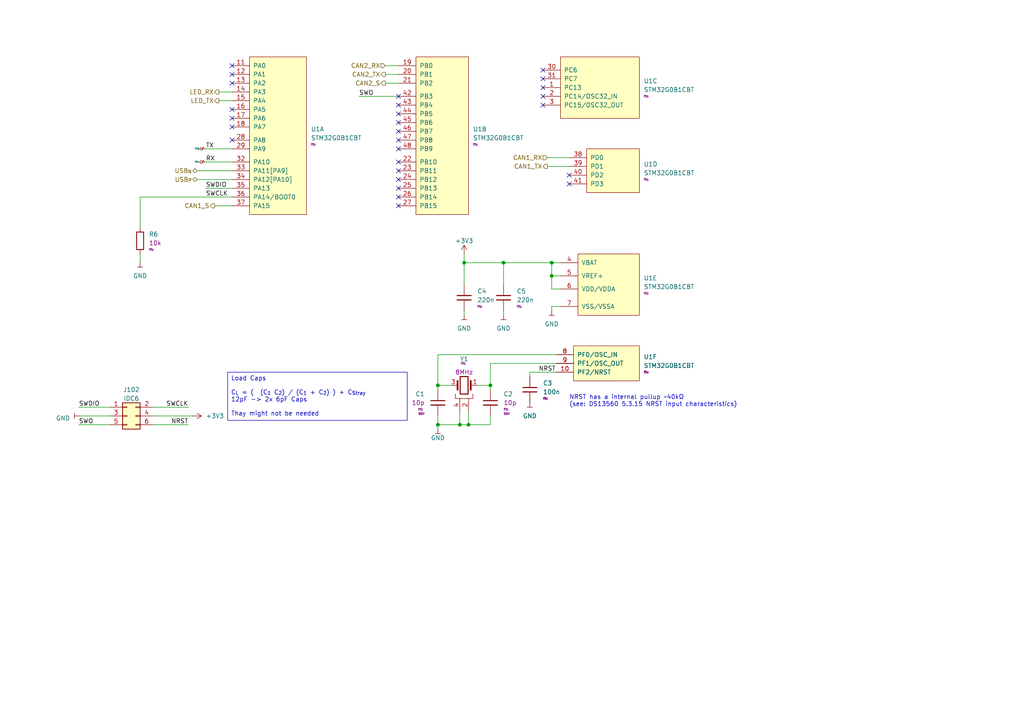
<source format=kicad_sch>
(kicad_sch (version 20250114) (generator "eeschema") (generator_version "9.0")
  (paper "A4")
  (title_block (title "MCU") (date "2023-06-16") (rev "R${release}") (company "${company}") (comment 1 "${release_state}") (comment 2 "${prefix}-S${type_number}-R${release}-V${sch_variant}-C${sch_ci}") (comment 3 "hardware/${prefix}-S${type_number}_${short_desciption}"))
  (lib_symbols
    (symbol "Cap_5Percent_E24_0603_C0G_50V_-40C-125C:6p2_0603_C0G_5%_50V_-40C..125C_Chip-Capacitor" (pin_numbers (hide yes)) (pin_names (offset 0.254))
      (property "Reference" "C" (at 0.635 2.54 0))
      (property "DisplayValue" "6p2" (at 0.635 -2.54 0))
      (property "Fit" "fit: " (at 7.62 -3.81 0))
      (property "CapRatedVoltage" "50V" (at 0 0 0))
      (symbol "6p2_0603_C0G_5%_50V_-40C..125C_Chip-Capacitor_0_1"
        (polyline (pts (xy -2.032 0.635) (xy 2.032 0.635)) (stroke (width 0.3048)))
        (polyline (pts (xy -2.032 -0.635) (xy 2.032 -0.635)) (stroke (width 0.3048)))
      )
      (symbol "6p2_0603_C0G_5%_50V_-40C..125C_Chip-Capacitor_1_1"
        (pin passive line (at 0 3.81 270) (length 3.2004) (name "~") (number "1"))
        (pin passive line (at 0 -3.81 90) (length 2.9972) (name "~") (number "2"))
      )
    )
    (symbol "Connector_Generic:Conn_02x03_Odd_Even" (pin_names (offset 1.016) (hide yes))
      (property "Reference" "J" (at 1.27 5.08 0))
      (property "Value" "Conn_02x03_Odd_Even" (at 1.27 -5.08 0))
      (symbol "Conn_02x03_Odd_Even_1_1"
        (rectangle (start -1.27 3.81) (end 3.81 -3.81) (stroke (width 0.254)) (fill (type background)))
        (rectangle (start -1.27 2.667) (end 0 2.413) (stroke (width 0.1524)))
        (rectangle (start -1.27 0.127) (end 0 -0.127) (stroke (width 0.1524)))
        (rectangle (start -1.27 -2.413) (end 0 -2.667) (stroke (width 0.1524)))
        (rectangle (start 3.81 2.667) (end 2.54 2.413) (stroke (width 0.1524)))
        (rectangle (start 3.81 0.127) (end 2.54 -0.127) (stroke (width 0.1524)))
        (rectangle (start 3.81 -2.413) (end 2.54 -2.667) (stroke (width 0.1524)))
        (pin passive line (at -5.08 2.54 0) (length 3.81) (name "Pin_1") (number "1"))
        (pin passive line (at -5.08 0 0) (length 3.81) (name "Pin_3") (number "3"))
        (pin passive line (at -5.08 -2.54 0) (length 3.81) (name "Pin_5") (number "5"))
        (pin passive line (at 7.62 2.54 180) (length 3.81) (name "Pin_2") (number "2"))
        (pin passive line (at 7.62 0 180) (length 3.81) (name "Pin_4") (number "4"))
        (pin passive line (at 7.62 -2.54 180) (length 3.81) (name "Pin_6") (number "6"))
      )
    )
    (symbol "Res_1Percent_E24_0603_100mW_-40C-90C:10k_0603_100mW_1%_E24_Chip-Resistor" (pin_numbers (hide yes)) (pin_names (offset 0))
      (property "Reference" "R" (at 2.032 0 90))
      (property "DisplayValue" "10k" (at -0.0254 -0.0508 90))
      (property "Fit" "fit: " (at 7.62 -3.81 0))
      (symbol "10k_0603_100mW_1%_E24_Chip-Resistor_0_1"
        (rectangle (start -1.016 -2.54) (end 1.016 2.54) (stroke (width 0.254)))
      )
      (symbol "10k_0603_100mW_1%_E24_Chip-Resistor_1_1"
        (pin passive line (at 0 3.81 270) (length 1.27) (name "~") (number "1"))
        (pin passive line (at 0 -3.81 90) (length 1.27) (name "~") (number "2"))
      )
    )
    (symbol "ST:STM32G0B1CBT" (pin_names (offset 1.016))
      (property "Reference" "U" (at 3.81 10.16 0))
      (property "Value" "STM32G0B1CBT" (at 0 -25.4 0))
      (property "Fit" "fit: " (at 6.35 10.16 0))
      (symbol "STM32G0B1CBT_1_1"
        (rectangle (start -8.89 24.13) (end 7.62 -21.59) (fill (type background)))
        (pin bidirectional line (at -13.97 21.59 0) (length 5.08) (name "PA0") (number "11"))
        (pin bidirectional line (at -13.97 19.05 0) (length 5.08) (name "PA1") (number "12"))
        (pin bidirectional line (at -13.97 16.51 0) (length 5.08) (name "PA2") (number "13"))
        (pin bidirectional line (at -13.97 13.97 0) (length 5.08) (name "PA3") (number "14"))
        (pin bidirectional line (at -13.97 11.43 0) (length 5.08) (name "PA4") (number "15"))
        (pin bidirectional line (at -13.97 8.89 0) (length 5.08) (name "PA5") (number "16"))
        (pin bidirectional line (at -13.97 6.35 0) (length 5.08) (name "PA6") (number "17"))
        (pin bidirectional line (at -13.97 3.81 0) (length 5.08) (name "PA7") (number "18"))
        (pin bidirectional line (at -13.97 0 0) (length 5.08) (name "PA8") (number "28"))
        (pin bidirectional line (at -13.97 -2.54 0) (length 5.08) (name "PA9") (number "29"))
        (pin bidirectional line (at -13.97 -6.35 0) (length 5.08) (name "PA10") (number "32"))
        (pin bidirectional line (at -13.97 -8.89 0) (length 5.08) (name "PA11[PA9]") (number "33"))
        (pin bidirectional line (at -13.97 -11.43 0) (length 5.08) (name "PA12[PA10]") (number "34"))
        (pin bidirectional line (at -13.97 -13.97 0) (length 5.08) (name "PA13") (number "35"))
        (pin bidirectional line (at -13.97 -16.51 0) (length 5.08) (name "PA14/BOOT0") (number "36"))
        (pin bidirectional line (at -13.97 -19.05 0) (length 5.08) (name "PA15") (number "37"))
      )
      (symbol "STM32G0B1CBT_2_1"
        (rectangle (start -7.62 22.86) (end 7.62 -22.86) (fill (type background)))
        (pin bidirectional line (at -12.7 20.32 0) (length 5.08) (name "PB0") (number "19"))
        (pin bidirectional line (at -12.7 17.78 0) (length 5.08) (name "PB1") (number "20"))
        (pin bidirectional line (at -12.7 15.24 0) (length 5.08) (name "PB2") (number "21"))
        (pin bidirectional line (at -12.7 11.43 0) (length 5.08) (name "PB3") (number "42"))
        (pin bidirectional line (at -12.7 8.89 0) (length 5.08) (name "PB4") (number "43"))
        (pin bidirectional line (at -12.7 6.35 0) (length 5.08) (name "PB5") (number "44"))
        (pin bidirectional line (at -12.7 3.81 0) (length 5.08) (name "PB6") (number "45"))
        (pin bidirectional line (at -12.7 1.27 0) (length 5.08) (name "PB7") (number "46"))
        (pin bidirectional line (at -12.7 -1.27 0) (length 5.08) (name "PB8") (number "47"))
        (pin bidirectional line (at -12.7 -3.81 0) (length 5.08) (name "PB9") (number "48"))
        (pin bidirectional line (at -12.7 -7.62 0) (length 5.08) (name "PB10") (number "22"))
        (pin bidirectional line (at -12.7 -10.16 0) (length 5.08) (name "PB11") (number "23"))
        (pin bidirectional line (at -12.7 -12.7 0) (length 5.08) (name "PB12") (number "24"))
        (pin bidirectional line (at -12.7 -15.24 0) (length 5.08) (name "PB13") (number "25"))
        (pin bidirectional line (at -12.7 -17.78 0) (length 5.08) (name "PB14") (number "26"))
        (pin bidirectional line (at -12.7 -20.32 0) (length 5.08) (name "PB15") (number "27"))
      )
      (symbol "STM32G0B1CBT_3_1"
        (rectangle (start -11.43 8.89) (end 11.43 -8.89) (fill (type background)))
        (pin bidirectional line (at -16.51 5.08 0) (length 5.08) (name "PC6") (number "30"))
        (pin bidirectional line (at -16.51 2.54 0) (length 5.08) (name "PC7") (number "31"))
        (pin bidirectional line (at -16.51 0 0) (length 5.08) (name "PC13") (number "1"))
        (pin bidirectional line (at -16.51 -2.54 0) (length 5.08) (name "PC14/OSC32_IN") (number "2"))
        (pin bidirectional line (at -16.51 -5.08 0) (length 5.08) (name "PC15/OSC32_OUT") (number "3"))
      )
      (symbol "STM32G0B1CBT_4_1"
        (rectangle (start -7.62 6.35) (end 7.62 -6.35) (fill (type background)))
        (pin bidirectional line (at -12.7 3.81 0) (length 5.08) (name "PD0") (number "38"))
        (pin bidirectional line (at -12.7 1.27 0) (length 5.08) (name "PD1") (number "39"))
        (pin bidirectional line (at -12.7 -1.27 0) (length 5.08) (name "PD2") (number "40"))
        (pin bidirectional line (at -12.7 -3.81 0) (length 5.08) (name "PD3") (number "41"))
      )
      (symbol "STM32G0B1CBT_5_1"
        (rectangle (start -8.89 8.89) (end 8.89 -8.89) (fill (type background)))
        (pin power_in line (at -13.97 6.35 0) (length 5.08) (name "VBAT") (number "4"))
        (pin power_in line (at -13.97 2.54 0) (length 5.08) (name "VREF+") (number "5"))
        (pin power_in line (at -13.97 -1.27 0) (length 5.08) (name "VDD/VDDA") (number "6"))
        (pin power_in line (at -13.97 -6.35 0) (length 5.08) (name "VSS/VSSA") (number "7"))
      )
      (symbol "STM32G0B1CBT_6_1"
        (rectangle (start -10.16 5.08) (end 8.89 -5.08) (fill (type background)))
        (pin bidirectional line (at -15.24 2.54 0) (length 5.08) (name "PF0/OSC_IN") (number "8"))
        (pin bidirectional line (at -15.24 0 0) (length 5.08) (name "PF1/OSC_OUT") (number "9"))
        (pin bidirectional line (at -15.24 -2.54 0) (length 5.08) (name "PF2/NRST") (number "10"))
      )
    )
    (symbol "generic-connectors:TP1.0mm" (pin_names (offset 1.016))
      (property "Reference" "TP" (at 1.27 2.54 0))
      (symbol "TP1.0mm_0_1"
        (circle (center 1.27 0) (radius 0.381) (fill (type background)))
      )
      (symbol "TP1.0mm_1_1"
        (pin passive line (at 0 0 0) (length 1.27) (name "~") (number "1"))
      )
    )
    (symbol "multicomp:100n" (pin_numbers (hide yes)) (pin_names (offset 0.254))
      (property "Reference" "C" (at 0.635 2.54 0))
      (property "Value" "100n" (at 0.635 -2.54 0))
      (property "Fit" "fit: " (at 7.62 -3.81 0))
      (symbol "100n_0_1"
        (polyline (pts (xy -2.032 0.635) (xy 2.032 0.635)) (stroke (width 0.3048)))
        (polyline (pts (xy -2.032 -0.635) (xy 2.032 -0.635)) (stroke (width 0.3048)))
      )
      (symbol "100n_1_1"
        (pin passive line (at 0 3.81 270) (length 3.2004) (name "~") (number "1"))
        (pin passive line (at 0 -3.81 90) (length 2.9972) (name "~") (number "2"))
      )
    )
    (symbol "powerport:+3V3" (power) (pin_names (offset 0))
      (property "Value" "+3V3" (at 0 3.556 0))
      (symbol "+3V3_0_1"
        (polyline (pts (xy -0.762 1.27) (xy 0 2.54)))
        (polyline (pts (xy 0 2.54) (xy 0.762 1.27)))
        (polyline (pts (xy 0 0) (xy 0 2.54)))
      )
      (symbol "+3V3_1_1"
        (pin power_in line (at 0 0 90) (length 0) (hide yes) (name "+3V3") (number "1"))
      )
    )
    (symbol "powerport:GND" (power) (pin_names (offset 0))
      (property "Value" "GND" (at 0 -2.54 0))
      (symbol "GND_0_1"
        (polyline (pts (xy -0.762 -1.27) (xy 0.762 -1.27)))
        (polyline (pts (xy 0 0) (xy 0 -1.27)))
      )
      (symbol "GND_1_1"
        (pin power_in line (at 0 0 270) (length 0) (hide yes) (name "GND") (number "1"))
      )
    )
    (symbol "wuerth:830108313809" (pin_names (offset 1.016) (hide yes))
      (property "Reference" "Y" (at 1.27 3.81 0))
      (property "Fit" "fit: " (at 7.62 -3.81 0))
      (property "DisplayName" "8MHz" (at 0 0 0))
      (symbol "830108313809_0_1"
        (polyline (pts (xy -2.54 2.54) (xy -3.81 2.54) (xy -3.81 -2.54) (xy -2.54 -2.54)))
        (rectangle (start -2.54 -1.143) (end 2.54 1.143) (stroke (width 0.3048)))
        (polyline (pts (xy 0 2.54) (xy 0 1.905)))
        (polyline (pts (xy 0 -2.54) (xy 0 -1.905)))
        (polyline (pts (xy 1.27 1.905) (xy -1.27 1.905)) (stroke (width 0.508)))
        (polyline (pts (xy 1.27 -1.905) (xy -1.27 -1.905)) (stroke (width 0.508)))
      )
      (symbol "830108313809_1_1"
        (pin passive line (at -7.62 1.27 0) (length 3.81) (name "GND") (number "2"))
        (pin passive line (at -7.62 -1.27 0) (length 3.81) (name "GND") (number "4"))
        (pin passive line (at 0 3.81 270) (length 1.27) (name "C_{1}") (number "1"))
        (pin passive line (at 0 -3.81 90) (length 1.27) (name "C_{2}") (number "3"))
      )
    )
  )
  (text "NRST has a internal pullup ~40kΩ\n(see: DS13560 5.3.15 NRST input characteristics)" (at 165.1 118.11 0) (effects (font (size 1.27 1.27)) (justify left bottom)))
  (text_box "Load Caps\n\nC_{L} = (  (C_{1} C_{2}) / (C_{1} + C_{2}) ) + C_{Stray}\n12pF -> 2x 6pF Caps\n\nThay might not be needed" (at 66.04 107.95 0) (size 52.07 13.97) (margins 0.9525 0.9525 0.9525 0.9525) (effects (font (size 1.27 1.27)) (justify left top)))
  (junction (at 160.02 80.01))
  (junction (at 127 111.76))
  (junction (at 142.24 111.76))
  (junction (at 160.02 76.2))
  (junction (at 134.62 76.2))
  (junction (at 127 123.19))
  (junction (at 133.35 123.19))
  (junction (at 135.89 123.19))
  (junction (at 146.05 76.2))
  (no_connect (at 157.48 27.94))
  (no_connect (at 115.57 57.15))
  (no_connect (at 67.31 40.64))
  (no_connect (at 157.48 22.86))
  (no_connect (at 115.57 38.1))
  (no_connect (at 165.1 53.34))
  (no_connect (at 165.1 50.8))
  (no_connect (at 115.57 43.18))
  (no_connect (at 115.57 49.53))
  (no_connect (at 157.48 25.4))
  (no_connect (at 115.57 27.94))
  (no_connect (at 67.31 19.05))
  (no_connect (at 67.31 34.29))
  (no_connect (at 115.57 35.56))
  (no_connect (at 157.48 20.32))
  (no_connect (at 115.57 33.02))
  (no_connect (at 115.57 54.61))
  (no_connect (at 115.57 40.64))
  (no_connect (at 115.57 30.48))
  (no_connect (at 67.31 24.13))
  (no_connect (at 67.31 31.75))
  (no_connect (at 115.57 59.69))
  (no_connect (at 67.31 21.59))
  (no_connect (at 67.31 36.83))
  (no_connect (at 115.57 46.99))
  (no_connect (at 115.57 52.07))
  (no_connect (at 157.48 30.48))
  (wire (pts (xy 142.24 123.19) (xy 142.24 120.65)))
  (wire (pts (xy 153.67 107.95) (xy 161.29 107.95)))
  (wire (pts (xy 63.5 26.67) (xy 67.31 26.67)))
  (wire (pts (xy 142.24 111.76) (xy 142.24 113.03)))
  (wire (pts (xy 111.76 19.05) (xy 115.57 19.05)))
  (wire (pts (xy 162.56 83.82) (xy 160.02 83.82)))
  (wire (pts (xy 62.23 59.69) (xy 67.31 59.69)))
  (wire (pts (xy 40.64 73.66) (xy 40.64 76.2)))
  (wire (pts (xy 40.64 57.15) (xy 40.64 66.04)))
  (wire (pts (xy 63.5 29.21) (xy 67.31 29.21)))
  (wire (pts (xy 133.35 123.19) (xy 135.89 123.19)))
  (wire (pts (xy 127 111.76) (xy 127 113.03)))
  (wire (pts (xy 134.62 76.2) (xy 134.62 82.55)))
  (wire (pts (xy 158.75 45.72) (xy 165.1 45.72)))
  (wire (pts (xy 153.67 107.95) (xy 153.67 109.22)))
  (wire (pts (xy 133.35 119.38) (xy 133.35 123.19)))
  (wire (pts (xy 135.89 123.19) (xy 142.24 123.19)))
  (wire (pts (xy 127 123.19) (xy 127 124.46)))
  (wire (pts (xy 160.02 88.9) (xy 162.56 88.9)))
  (wire (pts (xy 44.45 118.11) (xy 54.61 118.11)))
  (wire (pts (xy 59.69 54.61) (xy 67.31 54.61)))
  (wire (pts (xy 160.02 80.01) (xy 162.56 80.01)))
  (wire (pts (xy 22.86 118.11) (xy 31.75 118.11)))
  (wire (pts (xy 127 102.87) (xy 161.29 102.87)))
  (wire (pts (xy 146.05 76.2) (xy 160.02 76.2)))
  (wire (pts (xy 127 111.76) (xy 127 102.87)))
  (wire (pts (xy 127 123.19) (xy 133.35 123.19)))
  (wire (pts (xy 134.62 73.66) (xy 134.62 76.2)))
  (wire (pts (xy 142.24 105.41) (xy 161.29 105.41)))
  (wire (pts (xy 160.02 83.82) (xy 160.02 80.01)))
  (wire (pts (xy 142.24 105.41) (xy 142.24 111.76)))
  (wire (pts (xy 138.43 111.76) (xy 142.24 111.76)))
  (wire (pts (xy 44.45 120.65) (xy 55.88 120.65)))
  (wire (pts (xy 160.02 76.2) (xy 162.56 76.2)))
  (wire (pts (xy 59.69 43.18) (xy 67.31 43.18)))
  (wire (pts (xy 22.86 120.65) (xy 31.75 120.65)))
  (wire (pts (xy 57.15 49.53) (xy 67.31 49.53)))
  (wire (pts (xy 22.86 123.19) (xy 31.75 123.19)))
  (wire (pts (xy 158.75 48.26) (xy 165.1 48.26)))
  (wire (pts (xy 160.02 90.17) (xy 160.02 88.9)))
  (wire (pts (xy 104.14 27.94) (xy 115.57 27.94)))
  (wire (pts (xy 146.05 76.2) (xy 146.05 82.55)))
  (wire (pts (xy 134.62 76.2) (xy 146.05 76.2)))
  (wire (pts (xy 135.89 119.38) (xy 135.89 123.19)))
  (wire (pts (xy 111.76 21.59) (xy 115.57 21.59)))
  (wire (pts (xy 59.69 46.99) (xy 67.31 46.99)))
  (wire (pts (xy 127 120.65) (xy 127 123.19)))
  (wire (pts (xy 130.81 111.76) (xy 127 111.76)))
  (wire (pts (xy 160.02 80.01) (xy 160.02 76.2)))
  (wire (pts (xy 57.15 52.07) (xy 67.31 52.07)))
  (wire (pts (xy 111.76 24.13) (xy 115.57 24.13)))
  (wire (pts (xy 146.05 90.17) (xy 146.05 91.44)))
  (wire (pts (xy 40.64 57.15) (xy 67.31 57.15)))
  (wire (pts (xy 134.62 90.17) (xy 134.62 91.44)))
  (wire (pts (xy 44.45 123.19) (xy 54.61 123.19)))
  (label "TX" (at 59.69 43.18 0))
  (label "SWCLK" (at 59.69 57.15 0))
  (label "SWCLK" (at 54.61 118.11 180))
  (label "RX" (at 59.69 46.99 0))
  (label "NRST" (at 156.21 107.95 0))
  (label "NRST" (at 54.61 123.19 180))
  (label "SWO" (at 22.86 123.19 0))
  (label "SWDIO" (at 59.69 54.61 0))
  (label "SWO" (at 104.14 27.94 0))
  (label "SWDIO" (at 22.86 118.11 0))
  (hierarchical_label "USB_{N}" (shape bidirectional) (at 57.15 49.53 180))
  (hierarchical_label "CAN1_S" (shape output) (at 62.23 59.69 180))
  (hierarchical_label "LED_TX" (shape output) (at 63.5 29.21 180))
  (hierarchical_label "CAN2_S" (shape output) (at 111.76 24.13 180))
  (hierarchical_label "CAN1_RX" (shape input) (at 158.75 45.72 180))
  (hierarchical_label "CAN2_RX" (shape input) (at 111.76 19.05 180))
  (hierarchical_label "LED_RX" (shape output) (at 63.5 26.67 180))
  (hierarchical_label "CAN1_TX" (shape output) (at 158.75 48.26 180))
  (hierarchical_label "USB_{P}" (shape bidirectional) (at 57.15 52.07 180))
  (hierarchical_label "CAN2_TX" (shape output) (at 111.76 21.59 180))
  (symbol (lib_id "powerport:GND") (at 134.62 91.44 0) (unit 1)
    (property "Reference" "#PWR022" (effects (hide yes)))
    (property "Value" "GND" (at 134.62 95.25 0))
  )
  (symbol (lib_id "ST:STM32G0B1CBT") (at 173.99 25.4 0) (unit 3)
    (property "Reference" "U1" (at 186.69 23.495 0) (effects (justify left)))
    (property "Value" "STM32G0B1CBT" (at 186.69 26.035 0) (effects (justify left)))
    (property "Footprint" "QFP:LQFP-48_7mmx7mm_Pitch0.5mm" (effects (hide yes)))
    (property "Datasheet" "$PTX_DATASHEETS/datasheets/Microcontroller/STW_stm32g0b1re.pdf" (effects (hide yes)))
    (property "Datasheet2" "$PTX_DATASHEETS/datasheets/Microcontroller/STW_stm32g0b1re_reference_maual.pdf" (effects (hide yes)))
    (property "Manufacturer" "ST" (effects (hide yes)))
    (property "MPN" "STM32G0B1CBT" (effects (hide yes)))
    (property "Fit" "fit: " (at 186.69 27.94 0) (effects (font (size 0.635 0.635)) (justify left)))
    (property "State" "reviewed" (effects (hide yes)))
    (property "Package" "LQFP48" (effects (hide yes)))
  )
  (symbol (lib_id "Cap_5Percent_E24_0603_C0G_50V_-40C-125C:6p2_0603_C0G_5%_50V_-40C..125C_Chip-Capacitor") (at 142.24 116.84 180) (unit 1)
    (property "Reference" "C2" (at 146.05 114.2873 0) (effects (justify right)))
    (property "Value" "10p" (effects (hide yes)))
    (property "Footprint" "Capacitor_SMD:C_0402_1005Metric" (effects (hide yes)))
    (property "MPN" "any" (effects (hide yes)))
    (property "Manufacturer" "any" (effects (hide yes)))
    (property "DisplayValue" "10p" (at 146.05 116.8273 0) (effects (justify right)))
    (property "Fit" "fit: " (at 146.05 118.7323 0) (effects (font (size 0.635 0.635)) (justify right)))
    (property "State" "legacy" (effects (hide yes)))
    (property "CapRatedVoltage" "50V" (at 146.05 120.0023 0) (effects (font (size 0.635 0.635)) (justify right)))
    (property "Package" "0402" (effects (hide yes)))
  )
  (symbol (lib_id "generic-connectors:TP1.0mm") (at 59.69 43.18 180) (unit 1)
    (property "Reference" "TP5" (at 57.15 43.18 0) (effects (font (size 0.508 0.508))))
    (property "Value" "TP1.0mm" (effects (hide yes)))
    (property "Footprint" "Connector_generic:TP1.0mm" (effects (hide yes)))
    (property "Manufacturer" "any" (effects (hide yes)))
    (property "MPN" "any" (effects (hide yes)))
    (property "State" "reviewed" (effects (hide yes)))
    (property "Fit" "fit: " (effects (hide yes)))
    (property "Package" "SMT TP" (effects (hide yes)))
  )
  (symbol (lib_id "ST:STM32G0B1CBT") (at 177.8 49.53 0) (unit 4)
    (property "Reference" "U1" (at 186.69 47.625 0) (effects (justify left)))
    (property "Value" "STM32G0B1CBT" (at 186.69 50.165 0) (effects (justify left)))
    (property "Footprint" "QFP:LQFP-48_7mmx7mm_Pitch0.5mm" (effects (hide yes)))
    (property "Datasheet" "$PTX_DATASHEETS/datasheets/Microcontroller/STW_stm32g0b1re.pdf" (effects (hide yes)))
    (property "Datasheet2" "$PTX_DATASHEETS/datasheets/Microcontroller/STW_stm32g0b1re_reference_maual.pdf" (effects (hide yes)))
    (property "Manufacturer" "ST" (effects (hide yes)))
    (property "MPN" "STM32G0B1CBT" (effects (hide yes)))
    (property "Fit" "fit: " (at 186.69 52.07 0) (effects (font (size 0.635 0.635)) (justify left)))
    (property "State" "reviewed" (effects (hide yes)))
    (property "Package" "LQFP48" (effects (hide yes)))
  )
  (symbol (lib_id "powerport:GND") (at 153.67 116.84 0) (unit 1)
    (property "Reference" "#PWR020" (effects (hide yes)))
    (property "Value" "GND" (at 153.67 120.65 0))
  )
  (symbol (lib_id "powerport:GND") (at 146.05 91.44 0) (unit 1)
    (property "Reference" "#PWR023" (effects (hide yes)))
    (property "Value" "GND" (at 146.05 95.25 0))
  )
  (symbol (lib_id "powerport:+3V3") (at 134.62 73.66 0) (unit 1)
    (property "Reference" "#PWR021" (effects (hide yes)))
    (property "Value" "+3V3" (at 134.62 69.85 0))
  )
  (symbol (lib_id "Connector_Generic:Conn_02x03_Odd_Even") (at 36.83 120.65 0) (unit 1)
    (property "Reference" "J102" (at 38.1 113.03 0))
    (property "Value" "IDC6" (at 38.1 115.57 0))
    (property "Footprint" "Bluesat:IDC6" (effects (hide yes)))
    (property "Description" "Generic connector, double row, 02x03, odd/even pin numbering scheme (row 1 odd numbers, row 2 even numbers), script generated (kicad-library-utils/schlib/autogen/connector/)" (effects (hide yes)))
  )
  (symbol (lib_id "powerport:+3V3") (at 55.88 120.65 270) (unit 1)
    (property "Reference" "#PWR016" (effects (hide yes)))
    (property "Value" "+3V3" (at 59.69 120.6499 90) (effects (justify left)))
  )
  (symbol (lib_id "powerport:GND") (at 22.86 120.65 270) (unit 1)
    (property "Reference" "#PWR015" (effects (hide yes)))
    (property "Value" "GND" (at 20.32 121.285 90) (effects (justify right)))
  )
  (symbol (lib_id "ST:STM32G0B1CBT") (at 176.53 105.41 0) (unit 6)
    (property "Reference" "U1" (at 186.69 103.505 0) (effects (justify left)))
    (property "Value" "STM32G0B1CBT" (at 186.69 106.045 0) (effects (justify left)))
    (property "Footprint" "QFP:LQFP-48_7mmx7mm_Pitch0.5mm" (effects (hide yes)))
    (property "Datasheet" "$PTX_DATASHEETS/datasheets/Microcontroller/STW_stm32g0b1re.pdf" (effects (hide yes)))
    (property "Datasheet2" "$PTX_DATASHEETS/datasheets/Microcontroller/STW_stm32g0b1re_reference_maual.pdf" (effects (hide yes)))
    (property "Manufacturer" "ST" (effects (hide yes)))
    (property "MPN" "STM32G0B1CBT" (effects (hide yes)))
    (property "Fit" "fit: " (at 186.69 107.95 0) (effects (font (size 0.635 0.635)) (justify left)))
    (property "State" "reviewed" (effects (hide yes)))
    (property "Package" "LQFP48" (effects (hide yes)))
  )
  (symbol (lib_id "multicomp:100n") (at 134.62 86.36 0) (unit 1)
    (property "Reference" "C4" (at 138.43 84.4677 0) (effects (justify left)))
    (property "Value" "220n" (at 138.43 87.0077 0) (effects (justify left)))
    (property "Footprint" "Capacitor_SMD:C_0402_1005Metric" (effects (hide yes)))
    (property "Datasheet" "http://www.farnell.com/datasheets/1901289.pdf" (effects (hide yes)))
    (property "MPN" "MC0603B104K500CT" (effects (hide yes)))
    (property "Manufacturer" "Multicomp" (effects (hide yes)))
    (property "Fit" "fit: " (at 138.43 88.9127 0) (effects (font (size 0.635 0.635)) (justify left)))
    (property "State" "legacy" (effects (hide yes)))
    (property "Package" "0402" (effects (hide yes)))
  )
  (symbol (lib_id "multicomp:100n") (at 146.05 86.36 0) (unit 1)
    (property "Reference" "C5" (at 149.86 84.4677 0) (effects (justify left)))
    (property "Value" "220n" (at 149.86 87.0077 0) (effects (justify left)))
    (property "Footprint" "Capacitor_SMD:C_0402_1005Metric" (effects (hide yes)))
    (property "Datasheet" "http://www.farnell.com/datasheets/1901289.pdf" (effects (hide yes)))
    (property "MPN" "MC0603B104K500CT" (effects (hide yes)))
    (property "Manufacturer" "Multicomp" (effects (hide yes)))
    (property "Fit" "fit: " (at 149.86 88.9127 0) (effects (font (size 0.635 0.635)) (justify left)))
    (property "State" "legacy" (effects (hide yes)))
    (property "Package" "0402" (effects (hide yes)))
  )
  (symbol (lib_id "Res_1Percent_E24_0603_100mW_-40C-90C:10k_0603_100mW_1%_E24_Chip-Resistor") (at 40.64 69.85 0) (unit 1)
    (property "Reference" "R6" (at 43.18 67.945 0) (effects (justify left)))
    (property "Value" "10K" (effects (hide yes)))
    (property "Footprint" "Resistor_SMD:R_0402_1005Metric" (effects (hide yes)))
    (property "MPN" "any" (effects (hide yes)))
    (property "Manufacturer" "any" (effects (hide yes)))
    (property "DisplayValue" "10k" (at 43.18 70.485 0) (effects (justify left)))
    (property "Fit" "fit: " (at 43.18 72.39 0) (effects (font (size 0.635 0.635)) (justify left)))
    (property "State" "legacy" (effects (hide yes)))
    (property "Package" "0402" (effects (hide yes)))
  )
  (symbol (lib_id "powerport:GND") (at 160.02 90.17 0) (unit 1)
    (property "Reference" "#PWR024" (effects (hide yes)))
    (property "Value" "GND" (at 160.02 93.98 0))
  )
  (symbol (lib_id "powerport:GND") (at 40.64 76.2 0) (unit 1)
    (property "Reference" "#PWR018" (effects (hide yes)))
    (property "Value" "GND" (at 40.64 80.01 0))
  )
  (symbol (lib_id "generic-connectors:TP1.0mm") (at 59.69 46.99 180) (unit 1)
    (property "Reference" "TP4" (at 57.15 46.99 0) (effects (font (size 0.508 0.508))))
    (property "Value" "TP1.0mm" (effects (hide yes)))
    (property "Footprint" "Connector_generic:TP1.0mm" (effects (hide yes)))
    (property "Manufacturer" "any" (effects (hide yes)))
    (property "MPN" "any" (effects (hide yes)))
    (property "State" "reviewed" (effects (hide yes)))
    (property "Fit" "fit: " (effects (hide yes)))
    (property "Package" "SMT TP" (effects (hide yes)))
  )
  (symbol (lib_id "ST:STM32G0B1CBT") (at 176.53 82.55 0) (unit 5)
    (property "Reference" "U1" (at 186.69 80.645 0) (effects (justify left)))
    (property "Value" "STM32G0B1CBT" (at 186.69 83.185 0) (effects (justify left)))
    (property "Footprint" "QFP:LQFP-48_7mmx7mm_Pitch0.5mm" (effects (hide yes)))
    (property "Datasheet" "$PTX_DATASHEETS/datasheets/Microcontroller/STW_stm32g0b1re.pdf" (effects (hide yes)))
    (property "Datasheet2" "$PTX_DATASHEETS/datasheets/Microcontroller/STW_stm32g0b1re_reference_maual.pdf" (effects (hide yes)))
    (property "Manufacturer" "ST" (effects (hide yes)))
    (property "MPN" "STM32G0B1CBT" (effects (hide yes)))
    (property "Fit" "fit: " (at 186.69 85.09 0) (effects (font (size 0.635 0.635)) (justify left)))
    (property "State" "reviewed" (effects (hide yes)))
    (property "Package" "LQFP48" (effects (hide yes)))
  )
  (symbol (lib_id "wuerth:830108313809") (at 134.62 111.76 270) (mirror x) (unit 1)
    (property "Reference" "Y1" (at 134.62 104.14 90))
    (property "Value" "830108313809" (effects (hide yes)))
    (property "Footprint" "crystal:Crystal_4Pin_SMD_3.2mmx2.5mm" (effects (hide yes)))
    (property "Datasheet" "$PTX_DATASHEETS/datasheets/Crystal/WE_830108313809_8MHz.pdf" (effects (hide yes)))
    (property "Manufacturer" "Würth Elektronik" (effects (hide yes)))
    (property "MPN" "830108313809" (effects (hide yes)))
    (property "Fit" "fit: " (at 134.62 105.41 90) (effects (font (size 0.635 0.635))))
    (property "State" "reviewed" (effects (hide yes)))
    (property "Package" "SMD 4Pin Crystal 3.2mm" (effects (hide yes)))
    (property "DisplayName" "8MHz" (at 134.62 107.95 90))
  )
  (symbol (lib_id "ST:STM32G0B1CBT") (at 128.27 39.37 0) (unit 2)
    (property "Reference" "U1" (at 137.16 37.465 0) (effects (justify left)))
    (property "Value" "STM32G0B1CBT" (at 137.16 40.005 0) (effects (justify left)))
    (property "Footprint" "QFP:LQFP-48_7mmx7mm_Pitch0.5mm" (effects (hide yes)))
    (property "Datasheet" "$PTX_DATASHEETS/datasheets/Microcontroller/STW_stm32g0b1re.pdf" (effects (hide yes)))
    (property "Datasheet2" "$PTX_DATASHEETS/datasheets/Microcontroller/STW_stm32g0b1re_reference_maual.pdf" (effects (hide yes)))
    (property "Manufacturer" "ST" (effects (hide yes)))
    (property "MPN" "STM32G0B1CBT" (effects (hide yes)))
    (property "Fit" "fit: " (at 137.16 41.91 0) (effects (font (size 0.635 0.635)) (justify left)))
    (property "State" "reviewed" (effects (hide yes)))
    (property "Package" "LQFP48" (effects (hide yes)))
  )
  (symbol (lib_id "multicomp:100n") (at 153.67 113.03 0) (unit 1)
    (property "Reference" "C3" (at 157.48 111.1377 0) (effects (justify left)))
    (property "Value" "100n" (at 157.48 113.6777 0) (effects (justify left)))
    (property "Footprint" "Capacitor_SMD:C_0402_1005Metric" (effects (hide yes)))
    (property "Datasheet" "http://www.farnell.com/datasheets/1901289.pdf" (effects (hide yes)))
    (property "MPN" "MC0603B104K500CT" (effects (hide yes)))
    (property "Manufacturer" "Multicomp" (effects (hide yes)))
    (property "Fit" "fit: " (at 157.48 115.5827 0) (effects (font (size 0.635 0.635)) (justify left)))
    (property "State" "legacy" (effects (hide yes)))
    (property "Package" "0603" (effects (hide yes)))
  )
  (symbol (lib_id "powerport:GND") (at 127 124.46 0) (unit 1)
    (property "Reference" "#PWR019" (effects (hide yes)))
    (property "Value" "GND" (at 127 127 0))
  )
  (symbol (lib_id "Cap_5Percent_E24_0603_C0G_50V_-40C-125C:6p2_0603_C0G_5%_50V_-40C..125C_Chip-Capacitor") (at 127 116.84 180) (unit 1)
    (property "Reference" "C1" (at 123.19 114.2873 0) (effects (justify left)))
    (property "Value" "10p" (effects (hide yes)))
    (property "Footprint" "Capacitor_SMD:C_0402_1005Metric" (effects (hide yes)))
    (property "MPN" "any" (effects (hide yes)))
    (property "Manufacturer" "any" (effects (hide yes)))
    (property "DisplayValue" "10p" (at 123.19 116.8273 0) (effects (justify left)))
    (property "Fit" "fit: " (at 123.19 118.7323 0) (effects (font (size 0.635 0.635)) (justify left)))
    (property "State" "legacy" (effects (hide yes)))
    (property "CapRatedVoltage" "50V" (at 123.19 120.0023 0) (effects (font (size 0.635 0.635)) (justify left)))
    (property "Package" "0402" (effects (hide yes)))
  )
  (symbol (lib_id "ST:STM32G0B1CBT") (at 81.28 40.64 0) (unit 1)
    (property "Reference" "U1" (at 90.17 37.465 0) (effects (justify left)))
    (property "Value" "STM32G0B1CBT" (at 90.17 40.005 0) (effects (justify left)))
    (property "Footprint" "QFP:LQFP-48_7mmx7mm_Pitch0.5mm" (effects (hide yes)))
    (property "Datasheet" "$PTX_DATASHEETS/datasheets/Microcontroller/STW_stm32g0b1re.pdf" (effects (hide yes)))
    (property "Datasheet2" "$PTX_DATASHEETS/datasheets/Microcontroller/STW_stm32g0b1re_reference_maual.pdf" (effects (hide yes)))
    (property "Manufacturer" "ST" (effects (hide yes)))
    (property "MPN" "STM32G0B1CBT" (effects (hide yes)))
    (property "Fit" "fit: " (at 90.17 41.91 0) (effects (font (size 0.635 0.635)) (justify left)))
    (property "State" "reviewed" (effects (hide yes)))
    (property "Package" "LQFP48" (effects (hide yes)))
  )
)
</source>
